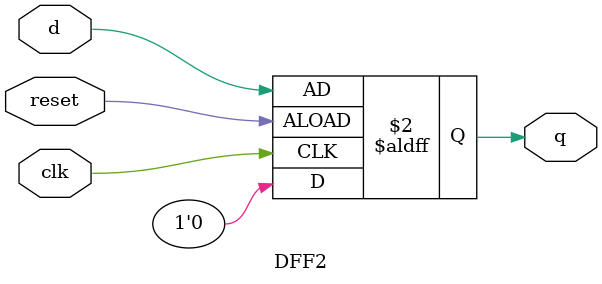
<source format=v>
module DFF2(d,clk,reset,q);
input d, clk, reset;
output q;
reg q;

always@(negedge clk or negedge reset)
	if(reset)
 		q <= 1'b0;
	else
		q <= d;

endmodule

</source>
